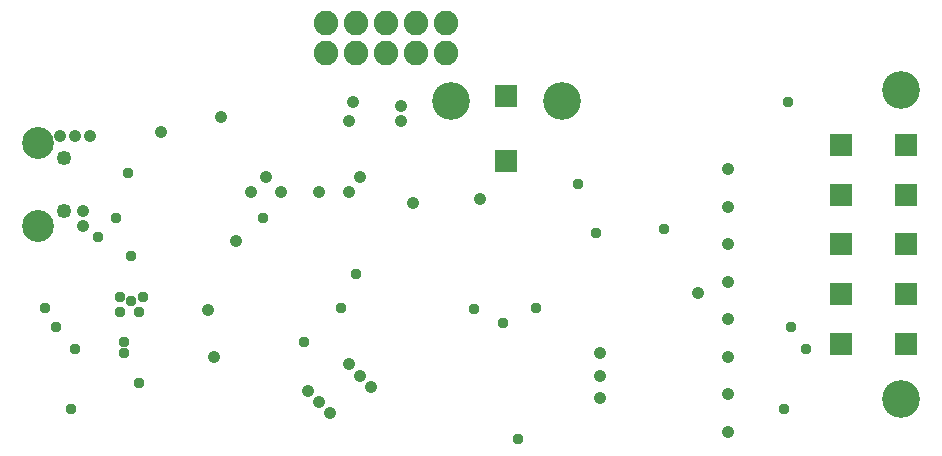
<source format=gbr>
G04 EAGLE Gerber RS-274X export*
G75*
%MOMM*%
%FSLAX34Y34*%
%LPD*%
%INSoldermask Bottom*%
%IPPOS*%
%AMOC8*
5,1,8,0,0,1.08239X$1,22.5*%
G01*
%ADD10R,1.883200X1.883200*%
%ADD11C,3.203200*%
%ADD12C,2.703200*%
%ADD13C,1.253200*%
%ADD14C,2.082800*%
%ADD15C,0.959600*%
%ADD16C,1.059600*%


D10*
X425450Y255075D03*
X425450Y310075D03*
D11*
X472450Y305475D03*
X378450Y305475D03*
D10*
X709100Y100150D03*
X709100Y142150D03*
X709100Y184150D03*
X709100Y226150D03*
X709100Y268150D03*
X764100Y226150D03*
X764100Y268150D03*
X764100Y184150D03*
X764100Y142150D03*
X764100Y100150D03*
D11*
X759500Y53150D03*
X759500Y315150D03*
D12*
X29300Y269950D03*
X29300Y199950D03*
D13*
X50800Y257200D03*
X50800Y212700D03*
D14*
X273050Y346075D03*
X273050Y371475D03*
X298450Y346075D03*
X298450Y371475D03*
X323850Y346075D03*
X323850Y371475D03*
X349250Y346075D03*
X349250Y371475D03*
X374650Y346075D03*
X374650Y371475D03*
D15*
X254000Y101600D03*
X95250Y206375D03*
X34925Y130175D03*
D16*
X173038Y128588D03*
D15*
X98425Y139700D03*
X107950Y136525D03*
D16*
X47625Y276225D03*
X60325Y276225D03*
X73025Y276225D03*
X336550Y301625D03*
X336550Y288925D03*
X257175Y60325D03*
X266700Y50800D03*
X276225Y41275D03*
X292100Y82550D03*
X301625Y73025D03*
X311150Y63500D03*
X209550Y228600D03*
X234950Y228600D03*
X266700Y228600D03*
X292100Y228600D03*
X504825Y92075D03*
X504825Y73025D03*
X504825Y53975D03*
X66675Y212725D03*
X66675Y200025D03*
X196850Y187325D03*
X177800Y88900D03*
X612775Y25400D03*
X612775Y57150D03*
X612775Y88900D03*
X612775Y120650D03*
X612775Y152400D03*
X612775Y184150D03*
X612775Y215900D03*
X612775Y247650D03*
X184150Y292100D03*
X292100Y288925D03*
D15*
X98425Y127000D03*
X101600Y101600D03*
X104775Y244475D03*
X79375Y190500D03*
X434975Y19050D03*
X107950Y174625D03*
X117475Y139700D03*
X44450Y114300D03*
X57150Y44450D03*
X114300Y66675D03*
X60325Y95250D03*
X114300Y127000D03*
X101600Y92075D03*
X485775Y234950D03*
X558800Y196850D03*
X450850Y130175D03*
X298450Y158750D03*
X422275Y117475D03*
X285750Y130175D03*
X663575Y304800D03*
X660400Y44450D03*
X679450Y95250D03*
X666750Y114300D03*
X219075Y206375D03*
X397950Y129100D03*
X501650Y193675D03*
D16*
X587375Y142875D03*
X403225Y222250D03*
X301247Y241678D03*
X133350Y279400D03*
X222250Y241300D03*
X295275Y304800D03*
X346075Y219075D03*
M02*

</source>
